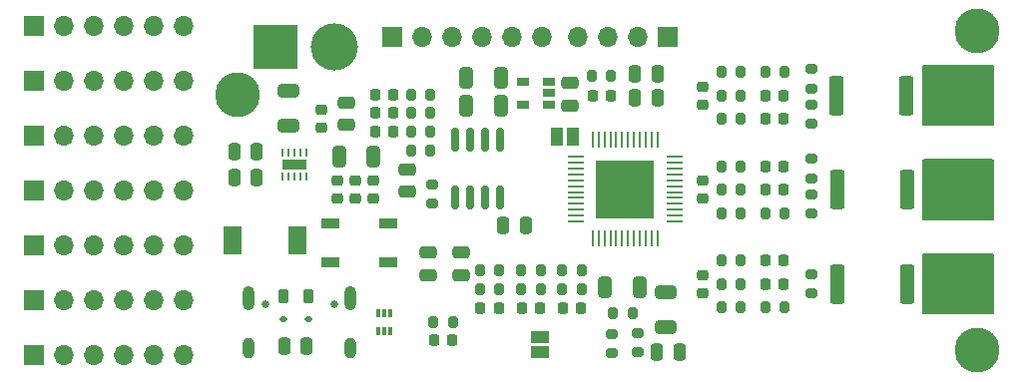
<source format=gbr>
%TF.GenerationSoftware,KiCad,Pcbnew,7.0.7*%
%TF.CreationDate,2023-10-21T19:04:04-04:00*%
%TF.ProjectId,xESC2,78455343-322e-46b6-9963-61645f706362,rev?*%
%TF.SameCoordinates,Original*%
%TF.FileFunction,Soldermask,Bot*%
%TF.FilePolarity,Negative*%
%FSLAX46Y46*%
G04 Gerber Fmt 4.6, Leading zero omitted, Abs format (unit mm)*
G04 Created by KiCad (PCBNEW 7.0.7) date 2023-10-21 19:04:04*
%MOMM*%
%LPD*%
G01*
G04 APERTURE LIST*
G04 Aperture macros list*
%AMRoundRect*
0 Rectangle with rounded corners*
0 $1 Rounding radius*
0 $2 $3 $4 $5 $6 $7 $8 $9 X,Y pos of 4 corners*
0 Add a 4 corners polygon primitive as box body*
4,1,4,$2,$3,$4,$5,$6,$7,$8,$9,$2,$3,0*
0 Add four circle primitives for the rounded corners*
1,1,$1+$1,$2,$3*
1,1,$1+$1,$4,$5*
1,1,$1+$1,$6,$7*
1,1,$1+$1,$8,$9*
0 Add four rect primitives between the rounded corners*
20,1,$1+$1,$2,$3,$4,$5,0*
20,1,$1+$1,$4,$5,$6,$7,0*
20,1,$1+$1,$6,$7,$8,$9,0*
20,1,$1+$1,$8,$9,$2,$3,0*%
G04 Aperture macros list end*
%ADD10R,1.500000X2.400000*%
%ADD11RoundRect,0.249999X0.362501X1.425001X-0.362501X1.425001X-0.362501X-1.425001X0.362501X-1.425001X0*%
%ADD12RoundRect,0.250000X-0.325000X-0.650000X0.325000X-0.650000X0.325000X0.650000X-0.325000X0.650000X0*%
%ADD13RoundRect,0.225000X-0.250000X0.225000X-0.250000X-0.225000X0.250000X-0.225000X0.250000X0.225000X0*%
%ADD14RoundRect,0.250000X0.650000X-0.325000X0.650000X0.325000X-0.650000X0.325000X-0.650000X-0.325000X0*%
%ADD15RoundRect,0.250000X0.475000X-0.250000X0.475000X0.250000X-0.475000X0.250000X-0.475000X-0.250000X0*%
%ADD16RoundRect,0.250000X-0.475000X0.250000X-0.475000X-0.250000X0.475000X-0.250000X0.475000X0.250000X0*%
%ADD17RoundRect,0.250000X0.250000X0.475000X-0.250000X0.475000X-0.250000X-0.475000X0.250000X-0.475000X0*%
%ADD18RoundRect,0.250000X-0.250000X-0.475000X0.250000X-0.475000X0.250000X0.475000X-0.250000X0.475000X0*%
%ADD19C,3.800000*%
%ADD20C,2.600000*%
%ADD21R,1.700000X1.700000*%
%ADD22O,1.700000X1.700000*%
%ADD23R,3.800000X3.800000*%
%ADD24C,4.000000*%
%ADD25C,0.650000*%
%ADD26O,1.000000X2.100000*%
%ADD27O,1.000000X1.800000*%
%ADD28RoundRect,0.200000X0.200000X0.275000X-0.200000X0.275000X-0.200000X-0.275000X0.200000X-0.275000X0*%
%ADD29RoundRect,0.225000X0.225000X0.250000X-0.225000X0.250000X-0.225000X-0.250000X0.225000X-0.250000X0*%
%ADD30RoundRect,0.225000X-0.225000X-0.250000X0.225000X-0.250000X0.225000X0.250000X-0.225000X0.250000X0*%
%ADD31RoundRect,0.200000X-0.200000X-0.275000X0.200000X-0.275000X0.200000X0.275000X-0.200000X0.275000X0*%
%ADD32RoundRect,0.200000X-0.275000X0.200000X-0.275000X-0.200000X0.275000X-0.200000X0.275000X0.200000X0*%
%ADD33RoundRect,0.200000X0.275000X-0.200000X0.275000X0.200000X-0.275000X0.200000X-0.275000X-0.200000X0*%
%ADD34RoundRect,0.249999X0.325001X0.650001X-0.325001X0.650001X-0.325001X-0.650001X0.325001X-0.650001X0*%
%ADD35RoundRect,0.225000X0.250000X-0.225000X0.250000X0.225000X-0.250000X0.225000X-0.250000X-0.225000X0*%
%ADD36R,0.279400X1.340599*%
%ADD37R,1.340599X0.279400*%
%ADD38R,5.003800X5.003800*%
%ADD39R,1.060000X0.650000*%
%ADD40RoundRect,0.150000X0.150000X-0.825000X0.150000X0.825000X-0.150000X0.825000X-0.150000X-0.825000X0*%
%ADD41R,0.340000X0.700000*%
%ADD42RoundRect,0.062500X-0.062500X0.300000X-0.062500X-0.300000X0.062500X-0.300000X0.062500X0.300000X0*%
%ADD43R,2.000000X0.900000*%
%ADD44R,1.000000X1.500000*%
%ADD45RoundRect,0.112500X-0.187500X-0.112500X0.187500X-0.112500X0.187500X0.112500X-0.187500X0.112500X0*%
%ADD46R,1.500000X0.900000*%
%ADD47R,1.500000X1.000000*%
%ADD48RoundRect,0.218750X-0.218750X-0.381250X0.218750X-0.381250X0.218750X0.381250X-0.218750X0.381250X0*%
G04 APERTURE END LIST*
D10*
%TO.C,L1*%
X213900000Y-122700000D03*
X219400000Y-122700000D03*
%TD*%
D11*
%TO.C,R3*%
X271100000Y-126400000D03*
X265175000Y-126400000D03*
%TD*%
D12*
%TO.C,C4*%
X245475000Y-126650000D03*
X248425000Y-126650000D03*
%TD*%
D13*
%TO.C,C36*%
X225810000Y-117600000D03*
X225810000Y-119150000D03*
%TD*%
%TO.C,C35*%
X224300000Y-117600000D03*
X224300000Y-119150000D03*
%TD*%
%TO.C,C34*%
X222810000Y-117600000D03*
X222810000Y-119150000D03*
%TD*%
D14*
%TO.C,C22*%
X218650000Y-112975000D03*
X218650000Y-110025000D03*
%TD*%
D15*
%TO.C,C33*%
X230500000Y-123750000D03*
X230500000Y-125650000D03*
%TD*%
D16*
%TO.C,C32*%
X228750000Y-116650000D03*
X228750000Y-118550000D03*
%TD*%
D15*
%TO.C,C18*%
X233300000Y-125650000D03*
X233300000Y-123750000D03*
%TD*%
%TO.C,C17*%
X223550000Y-112900000D03*
X223550000Y-111000000D03*
%TD*%
D12*
%TO.C,C16*%
X222925000Y-115550000D03*
X225875000Y-115550000D03*
%TD*%
D17*
%TO.C,C7*%
X238750000Y-121400000D03*
X236850000Y-121400000D03*
%TD*%
D18*
%TO.C,C6*%
X249900000Y-132200000D03*
X251800000Y-132200000D03*
%TD*%
D14*
%TO.C,C5*%
X250650000Y-127125000D03*
X250650000Y-130075000D03*
%TD*%
D19*
%TO.C,H4*%
X277050000Y-132050000D03*
D20*
X277050000Y-132050000D03*
%TD*%
D19*
%TO.C,H3*%
X277050000Y-104950000D03*
D20*
X277050000Y-104950000D03*
%TD*%
D19*
%TO.C,H2*%
X214300000Y-110350000D03*
D20*
X214300000Y-110350000D03*
%TD*%
D21*
%TO.C,J10*%
X197090000Y-113800000D03*
D22*
X199630000Y-113800000D03*
X202170000Y-113800000D03*
X204710000Y-113800000D03*
X207250000Y-113800000D03*
X209790000Y-113800000D03*
%TD*%
D21*
%TO.C,J9*%
X197090000Y-118450000D03*
D22*
X199630000Y-118450000D03*
X202170000Y-118450000D03*
X204710000Y-118450000D03*
X207250000Y-118450000D03*
X209790000Y-118450000D03*
%TD*%
D21*
%TO.C,J4*%
X197090000Y-123100000D03*
D22*
X199630000Y-123100000D03*
X202170000Y-123100000D03*
X204710000Y-123100000D03*
X207250000Y-123100000D03*
X209790000Y-123100000D03*
%TD*%
D21*
%TO.C,J11*%
X197090000Y-109150000D03*
D22*
X199630000Y-109150000D03*
X202170000Y-109150000D03*
X204710000Y-109150000D03*
X207250000Y-109150000D03*
X209790000Y-109150000D03*
%TD*%
D21*
%TO.C,J3*%
X197090000Y-127750000D03*
D22*
X199630000Y-127750000D03*
X202170000Y-127750000D03*
X204710000Y-127750000D03*
X207250000Y-127750000D03*
X209790000Y-127750000D03*
%TD*%
D21*
%TO.C,J2*%
X197090000Y-132400000D03*
D22*
X199630000Y-132400000D03*
X202170000Y-132400000D03*
X204710000Y-132400000D03*
X207250000Y-132400000D03*
X209790000Y-132400000D03*
%TD*%
D21*
%TO.C,J12*%
X197090000Y-104500000D03*
D22*
X199630000Y-104500000D03*
X202170000Y-104500000D03*
X204710000Y-104500000D03*
X207250000Y-104500000D03*
X209790000Y-104500000D03*
%TD*%
D21*
%TO.C,J1*%
X227480000Y-105400000D03*
D22*
X230020000Y-105400000D03*
X232560000Y-105400000D03*
X235100000Y-105400000D03*
X237640000Y-105400000D03*
X240180000Y-105400000D03*
%TD*%
D21*
%TO.C,J15*%
X250840000Y-105400000D03*
D22*
X248300000Y-105400000D03*
X245760000Y-105400000D03*
X243220000Y-105400000D03*
%TD*%
D23*
%TO.C,J13*%
X217500000Y-106300000D03*
D24*
X222500000Y-106300000D03*
%TD*%
D25*
%TO.C,J14*%
X216720000Y-128150000D03*
X222500000Y-128150000D03*
D26*
X215290000Y-127650000D03*
D27*
X215290000Y-131830000D03*
D26*
X223930000Y-127650000D03*
D27*
X223930000Y-131830000D03*
%TD*%
D28*
%TO.C,R4*%
X257025000Y-124400000D03*
X255375000Y-124400000D03*
%TD*%
D29*
%TO.C,C15*%
X243475000Y-128450000D03*
X241925000Y-128450000D03*
%TD*%
D30*
%TO.C,C11*%
X244425000Y-110450000D03*
X245975000Y-110450000D03*
%TD*%
D15*
%TO.C,C13*%
X242500000Y-111250000D03*
X242500000Y-109350000D03*
%TD*%
D30*
%TO.C,C25*%
X259125000Y-116400000D03*
X260675000Y-116400000D03*
%TD*%
%TO.C,C26*%
X259125000Y-112400000D03*
X260675000Y-112400000D03*
%TD*%
D28*
%TO.C,R5*%
X257025000Y-118400000D03*
X255375000Y-118400000D03*
%TD*%
%TO.C,R6*%
X257025000Y-120400000D03*
X255375000Y-120400000D03*
%TD*%
D29*
%TO.C,C27*%
X239975000Y-128450000D03*
X238425000Y-128450000D03*
%TD*%
D11*
%TO.C,R7*%
X271100000Y-118400000D03*
X265175000Y-118400000D03*
%TD*%
D29*
%TO.C,C28*%
X236475000Y-128450000D03*
X234925000Y-128450000D03*
%TD*%
D28*
%TO.C,R8*%
X257025000Y-116400000D03*
X255375000Y-116400000D03*
%TD*%
%TO.C,R9*%
X257025000Y-110400000D03*
X255375000Y-110400000D03*
%TD*%
%TO.C,R10*%
X257025000Y-108400000D03*
X255375000Y-108400000D03*
%TD*%
D11*
%TO.C,R11*%
X271062500Y-110400000D03*
X265137500Y-110400000D03*
%TD*%
D31*
%TO.C,R13*%
X247825000Y-128850000D03*
X246175000Y-128850000D03*
%TD*%
D32*
%TO.C,R14*%
X248300000Y-130575000D03*
X248300000Y-132225000D03*
%TD*%
D33*
%TO.C,R15*%
X246050000Y-132275000D03*
X246050000Y-130625000D03*
%TD*%
D31*
%TO.C,R17*%
X241875000Y-125250000D03*
X243525000Y-125250000D03*
%TD*%
D28*
%TO.C,R18*%
X243525000Y-126850000D03*
X241875000Y-126850000D03*
%TD*%
D31*
%TO.C,R19*%
X238375000Y-125250000D03*
X240025000Y-125250000D03*
%TD*%
D28*
%TO.C,R20*%
X240025000Y-126850000D03*
X238375000Y-126850000D03*
%TD*%
D31*
%TO.C,R21*%
X234875000Y-125250000D03*
X236525000Y-125250000D03*
%TD*%
D28*
%TO.C,R22*%
X236525000Y-126850000D03*
X234875000Y-126850000D03*
%TD*%
D31*
%TO.C,R29*%
X244375000Y-108700000D03*
X246025000Y-108700000D03*
%TD*%
D28*
%TO.C,R2*%
X257025000Y-128400000D03*
X255375000Y-128400000D03*
%TD*%
D17*
%TO.C,C12*%
X249950000Y-110600000D03*
X248050000Y-110600000D03*
%TD*%
D18*
%TO.C,C14*%
X248050000Y-108600000D03*
X249950000Y-108600000D03*
%TD*%
D29*
%TO.C,C29*%
X260675000Y-126400000D03*
X259125000Y-126400000D03*
%TD*%
%TO.C,C30*%
X260675000Y-118400000D03*
X259125000Y-118400000D03*
%TD*%
D32*
%TO.C,R25*%
X263000000Y-118775000D03*
X263000000Y-120425000D03*
%TD*%
D29*
%TO.C,C31*%
X260675000Y-110400000D03*
X259125000Y-110400000D03*
%TD*%
D28*
%TO.C,R24*%
X260725000Y-128400000D03*
X259075000Y-128400000D03*
%TD*%
%TO.C,R28*%
X260725000Y-108400000D03*
X259075000Y-108400000D03*
%TD*%
D32*
%TO.C,R23*%
X263000000Y-125575000D03*
X263000000Y-127225000D03*
%TD*%
D28*
%TO.C,R26*%
X260725000Y-120400000D03*
X259075000Y-120400000D03*
%TD*%
D34*
%TO.C,C21*%
X236675000Y-108900000D03*
X233725000Y-108900000D03*
%TD*%
%TO.C,C20*%
X236675000Y-111300000D03*
X233725000Y-111300000D03*
%TD*%
D13*
%TO.C,C9*%
X253800000Y-117625000D03*
X253800000Y-119175000D03*
%TD*%
%TO.C,C8*%
X253800000Y-125625000D03*
X253800000Y-127175000D03*
%TD*%
D35*
%TO.C,C10*%
X253800000Y-111175000D03*
X253800000Y-109625000D03*
%TD*%
D36*
%TO.C,U1*%
X249950000Y-122525501D03*
X249450001Y-122525501D03*
X248949999Y-122525501D03*
X248450000Y-122525501D03*
X247950001Y-122525501D03*
X247450000Y-122525501D03*
X246950000Y-122525501D03*
X246449999Y-122525501D03*
X245950000Y-122525501D03*
X245450001Y-122525501D03*
X244949999Y-122525501D03*
X244450000Y-122525501D03*
D37*
X243024499Y-121100000D03*
X243024499Y-120600001D03*
X243024499Y-120099999D03*
X243024499Y-119600000D03*
X243024499Y-119100001D03*
X243024499Y-118600000D03*
X243024499Y-118100000D03*
X243024499Y-117599999D03*
X243024499Y-117100000D03*
X243024499Y-116600001D03*
X243024499Y-116099999D03*
X243024499Y-115600000D03*
D36*
X244450000Y-114174499D03*
X244949999Y-114174499D03*
X245450001Y-114174499D03*
X245950000Y-114174499D03*
X246449999Y-114174499D03*
X246950000Y-114174499D03*
X247450000Y-114174499D03*
X247950001Y-114174499D03*
X248450000Y-114174499D03*
X248949999Y-114174499D03*
X249450001Y-114174499D03*
X249950000Y-114174499D03*
D37*
X251375501Y-115600000D03*
X251375501Y-116099999D03*
X251375501Y-116600001D03*
X251375501Y-117100000D03*
X251375501Y-117599999D03*
X251375501Y-118100000D03*
X251375501Y-118600000D03*
X251375501Y-119100001D03*
X251375501Y-119600000D03*
X251375501Y-120099999D03*
X251375501Y-120600001D03*
X251375501Y-121100000D03*
D38*
X247200000Y-118350000D03*
%TD*%
D28*
%TO.C,R1*%
X257025000Y-126400000D03*
X255375000Y-126400000D03*
%TD*%
D33*
%TO.C,R27*%
X263000000Y-109825000D03*
X263000000Y-108175000D03*
%TD*%
D28*
%TO.C,R12*%
X257025000Y-112400000D03*
X255375000Y-112400000D03*
%TD*%
D30*
%TO.C,C24*%
X259125000Y-124400000D03*
X260675000Y-124400000D03*
%TD*%
D39*
%TO.C,U2*%
X240700000Y-109250000D03*
X240700000Y-110200000D03*
X240700000Y-111150000D03*
X238500000Y-111150000D03*
X238500000Y-109250000D03*
%TD*%
D40*
%TO.C,U5*%
X236605000Y-119075000D03*
X235335000Y-119075000D03*
X234065000Y-119075000D03*
X232795000Y-119075000D03*
X232795000Y-114125000D03*
X234065000Y-114125000D03*
X235335000Y-114125000D03*
X236605000Y-114125000D03*
%TD*%
D28*
%TO.C,R33*%
X230675000Y-113500000D03*
X229025000Y-113500000D03*
%TD*%
%TO.C,R34*%
X230675000Y-111900000D03*
X229025000Y-111900000D03*
%TD*%
D29*
%TO.C,C45*%
X227525000Y-113500000D03*
X225975000Y-113500000D03*
%TD*%
%TO.C,C46*%
X227525000Y-111900000D03*
X225975000Y-111900000D03*
%TD*%
D28*
%TO.C,R35*%
X230675000Y-110300000D03*
X229025000Y-110300000D03*
%TD*%
%TO.C,R30*%
X230675000Y-115100000D03*
X229025000Y-115100000D03*
%TD*%
D29*
%TO.C,C47*%
X227525000Y-110300000D03*
X225975000Y-110300000D03*
%TD*%
D33*
%TO.C,R41*%
X263000000Y-112825000D03*
X263000000Y-111175000D03*
%TD*%
%TO.C,TH1*%
X263000000Y-117425000D03*
X263000000Y-115775000D03*
%TD*%
D21*
%TO.C,J8*%
X274240000Y-112050000D03*
D22*
X276780000Y-112050000D03*
X274240000Y-109510000D03*
X276780000Y-109510000D03*
%TD*%
D21*
%TO.C,J7*%
X274240000Y-119670000D03*
D22*
X276780000Y-119670000D03*
X274240000Y-117130000D03*
X276780000Y-117130000D03*
%TD*%
D21*
%TO.C,J6*%
X274240000Y-127290000D03*
D22*
X276780000Y-127290000D03*
X274240000Y-124750000D03*
X276780000Y-124750000D03*
%TD*%
D33*
%TO.C,R36*%
X230800000Y-119600000D03*
X230800000Y-117950000D03*
%TD*%
D18*
%TO.C,C68*%
X218300000Y-131650000D03*
X220200000Y-131650000D03*
%TD*%
D41*
%TO.C,D8*%
X226250000Y-128900000D03*
X226750000Y-128900000D03*
X227250000Y-128900000D03*
X227250000Y-130400000D03*
X226750000Y-130400000D03*
X226250000Y-130400000D03*
%TD*%
D13*
%TO.C,C23*%
X221400000Y-111575000D03*
X221400000Y-113125000D03*
%TD*%
D42*
%TO.C,IC2*%
X218130000Y-115272500D03*
X218630000Y-115272500D03*
X219130000Y-115272500D03*
X219630000Y-115272500D03*
X220130000Y-115272500D03*
X220130000Y-117297500D03*
X219630000Y-117297500D03*
X219130000Y-117297500D03*
X218630000Y-117297500D03*
X218130000Y-117297500D03*
D43*
X219130000Y-116285000D03*
%TD*%
D44*
%TO.C,JP1*%
X241450000Y-113900000D03*
X242750000Y-113900000D03*
%TD*%
D18*
%TO.C,C55*%
X214050000Y-115150000D03*
X215950000Y-115150000D03*
%TD*%
%TO.C,C56*%
X214050000Y-117400000D03*
X215950000Y-117400000D03*
%TD*%
D45*
%TO.C,D11*%
X218200000Y-129400000D03*
X220300000Y-129400000D03*
%TD*%
D46*
%TO.C,IC3*%
X222200000Y-124600000D03*
X222200000Y-121300000D03*
X227100000Y-121300000D03*
X227100000Y-124600000D03*
%TD*%
D47*
%TO.C,JP2*%
X240000000Y-132200000D03*
X240000000Y-130900000D03*
%TD*%
D31*
%TO.C,R82*%
X230925000Y-129650000D03*
X232575000Y-129650000D03*
%TD*%
D29*
%TO.C,C70*%
X232525000Y-131150000D03*
X230975000Y-131150000D03*
%TD*%
D48*
%TO.C,L3*%
X218187500Y-127400000D03*
X220312500Y-127400000D03*
%TD*%
G36*
X278425500Y-115819962D02*
G01*
X278480038Y-115874500D01*
X278500000Y-115949000D01*
X278500000Y-120851000D01*
X278480038Y-120925500D01*
X278425500Y-120980038D01*
X278351000Y-121000000D01*
X272549000Y-121000000D01*
X272474500Y-120980038D01*
X272419962Y-120925500D01*
X272400000Y-120851000D01*
X272400000Y-115949000D01*
X272419962Y-115874500D01*
X272474500Y-115819962D01*
X272549000Y-115800000D01*
X278351000Y-115800000D01*
X278425500Y-115819962D01*
G37*
G36*
X278425500Y-123819962D02*
G01*
X278480038Y-123874500D01*
X278500000Y-123949000D01*
X278500000Y-128851000D01*
X278480038Y-128925500D01*
X278425500Y-128980038D01*
X278351000Y-129000000D01*
X272549000Y-129000000D01*
X272474500Y-128980038D01*
X272419962Y-128925500D01*
X272400000Y-128851000D01*
X272400000Y-123949000D01*
X272419962Y-123874500D01*
X272474500Y-123819962D01*
X272549000Y-123800000D01*
X278351000Y-123800000D01*
X278425500Y-123819962D01*
G37*
G36*
X278425500Y-107819962D02*
G01*
X278480038Y-107874500D01*
X278500000Y-107949000D01*
X278500000Y-112851000D01*
X278480038Y-112925500D01*
X278425500Y-112980038D01*
X278351000Y-113000000D01*
X272549000Y-113000000D01*
X272474500Y-112980038D01*
X272419962Y-112925500D01*
X272400000Y-112851000D01*
X272400000Y-107949000D01*
X272419962Y-107874500D01*
X272474500Y-107819962D01*
X272549000Y-107800000D01*
X278351000Y-107800000D01*
X278425500Y-107819962D01*
G37*
M02*

</source>
